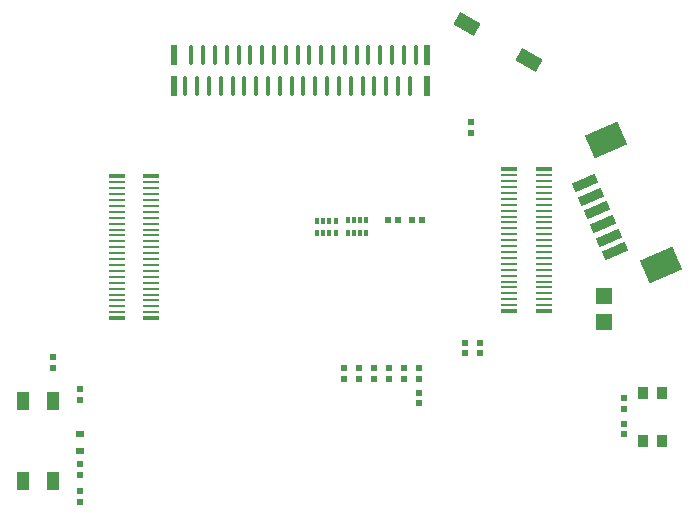
<source format=gtp>
%FSLAX44Y44*%
%MOMM*%
G71*
G01*
G75*
G04 Layer_Color=8421504*
%ADD10R,0.6000X0.5000*%
%ADD11R,0.5000X0.6000*%
%ADD12R,0.7000X0.6000*%
%ADD13R,1.0000X1.6000*%
G04:AMPARAMS|DCode=14|XSize=3mm|YSize=2.1mm|CornerRadius=0mm|HoleSize=0mm|Usage=FLASHONLY|Rotation=203.500|XOffset=0mm|YOffset=0mm|HoleType=Round|Shape=Rectangle|*
%AMROTATEDRECTD14*
4,1,4,0.9569,1.5610,1.7943,-0.3648,-0.9569,-1.5610,-1.7943,0.3648,0.9569,1.5610,0.0*
%
%ADD14ROTATEDRECTD14*%

G04:AMPARAMS|DCode=15|XSize=2.1mm|YSize=0.8mm|CornerRadius=0mm|HoleSize=0mm|Usage=FLASHONLY|Rotation=203.500|XOffset=0mm|YOffset=0mm|HoleType=Round|Shape=Rectangle|*
%AMROTATEDRECTD15*
4,1,4,0.8034,0.7855,1.1224,0.0519,-0.8034,-0.7855,-1.1224,-0.0519,0.8034,0.7855,0.0*
%
%ADD15ROTATEDRECTD15*%

G04:AMPARAMS|DCode=16|XSize=2mm|YSize=1.2mm|CornerRadius=0mm|HoleSize=0mm|Usage=FLASHONLY|Rotation=150.000|XOffset=0mm|YOffset=0mm|HoleType=Round|Shape=Rectangle|*
%AMROTATEDRECTD16*
4,1,4,1.1660,0.0196,0.5660,-1.0196,-1.1660,-0.0196,-0.5660,1.0196,1.1660,0.0196,0.0*
%
%ADD16ROTATEDRECTD16*%

%ADD17R,1.3500X0.3000*%
%ADD18R,1.3500X0.2500*%
%ADD19R,0.5000X1.7000*%
G04:AMPARAMS|DCode=20|XSize=0.32mm|YSize=1.7mm|CornerRadius=0.08mm|HoleSize=0mm|Usage=FLASHONLY|Rotation=0.000|XOffset=0mm|YOffset=0mm|HoleType=Round|Shape=RoundedRectangle|*
%AMROUNDEDRECTD20*
21,1,0.3200,1.5400,0,0,0.0*
21,1,0.1600,1.7000,0,0,0.0*
1,1,0.1600,0.0800,-0.7700*
1,1,0.1600,-0.0800,-0.7700*
1,1,0.1600,-0.0800,0.7700*
1,1,0.1600,0.0800,0.7700*
%
%ADD20ROUNDEDRECTD20*%
%ADD21R,0.4064X0.5500*%
%ADD22R,0.3048X0.5500*%
%ADD23R,1.3970X1.3970*%
%ADD24R,0.8890X1.0160*%
%ADD25C,0.2540*%
%ADD26C,1.0000*%
%ADD27C,0.6000*%
%ADD28C,0.4000*%
%ADD29C,0.3000*%
%ADD30C,0.5000*%
G04:AMPARAMS|DCode=31|XSize=4mm|YSize=4mm|CornerRadius=2mm|HoleSize=0mm|Usage=FLASHONLY|Rotation=0.000|XOffset=0mm|YOffset=0mm|HoleType=Round|Shape=RoundedRectangle|*
%AMROUNDEDRECTD31*
21,1,4.0000,0.0000,0,0,0.0*
21,1,0.0000,4.0000,0,0,0.0*
1,1,4.0000,0.0000,0.0000*
1,1,4.0000,0.0000,0.0000*
1,1,4.0000,0.0000,0.0000*
1,1,4.0000,0.0000,0.0000*
%
%ADD31ROUNDEDRECTD31*%
%ADD32O,2.0000X0.7500*%
%ADD33C,1.0000*%
%ADD34C,0.5000*%
%ADD35R,0.8128X0.8128*%
%ADD36R,2.1000X0.8000*%
%ADD37R,3.0000X2.1000*%
%ADD38R,0.8000X2.1000*%
%ADD39R,2.1000X3.0000*%
%ADD40R,0.6096X2.0320*%
%ADD41O,0.6096X2.0320*%
%ADD42R,1.3970X1.3970*%
%ADD43R,1.6000X1.2000*%
%ADD44R,2.1500X6.3000*%
%ADD45R,1.2000X1.8000*%
%ADD46R,0.8128X1.0668*%
%ADD47R,0.7000X1.4000*%
%ADD48R,1.8000X2.8000*%
%ADD49R,1.5200X0.7600*%
%ADD50R,1.0668X0.8128*%
%ADD51R,0.8128X0.8128*%
%ADD52R,1.2000X2.2000*%
%ADD53R,1.6000X1.4000*%
%ADD54R,1.1000X1.4000*%
%ADD55R,0.7000X1.6000*%
G04:AMPARAMS|DCode=56|XSize=2mm|YSize=2mm|CornerRadius=0mm|HoleSize=0mm|Usage=FLASHONLY|Rotation=180.000|XOffset=0mm|YOffset=0mm|HoleType=Round|Shape=RoundedRectangle|*
%AMROUNDEDRECTD56*
21,1,2.0000,2.0000,0,0,180.0*
21,1,2.0000,2.0000,0,0,180.0*
1,1,0.0000,-1.0000,1.0000*
1,1,0.0000,1.0000,1.0000*
1,1,0.0000,1.0000,-1.0000*
1,1,0.0000,-1.0000,-1.0000*
%
%ADD56ROUNDEDRECTD56*%
%ADD57C,0.8000*%
%ADD58C,0.1250*%
%ADD59C,0.1200*%
D10*
X-234950Y-29790D02*
D03*
Y-20790D02*
D03*
X62230Y-29790D02*
D03*
Y-38790D02*
D03*
X11430Y-29790D02*
D03*
Y-38790D02*
D03*
X74930Y-29790D02*
D03*
Y-38790D02*
D03*
X24130D02*
D03*
Y-29790D02*
D03*
X36830D02*
D03*
Y-38790D02*
D03*
X74930Y-50503D02*
D03*
Y-59503D02*
D03*
X49530Y-29790D02*
D03*
Y-38790D02*
D03*
X-212090Y-47860D02*
D03*
Y-56860D02*
D03*
Y-120070D02*
D03*
Y-111070D02*
D03*
Y-133930D02*
D03*
Y-142930D02*
D03*
X114300Y-8200D02*
D03*
Y-17200D02*
D03*
X127000Y-8200D02*
D03*
Y-17200D02*
D03*
X119380Y169490D02*
D03*
Y178490D02*
D03*
X248920Y-85780D02*
D03*
Y-76780D02*
D03*
Y-55003D02*
D03*
Y-64003D02*
D03*
D11*
X78160Y95266D02*
D03*
X69160D02*
D03*
X57840Y95250D02*
D03*
X48840D02*
D03*
D12*
X-212090Y-85521D02*
D03*
Y-99721D02*
D03*
D13*
X-234950Y-125440D02*
D03*
X-260350D02*
D03*
X-260350Y-57440D02*
D03*
X-234950D02*
D03*
D14*
X233777Y163235D02*
D03*
X279792Y57406D02*
D03*
D15*
X215815Y126801D02*
D03*
X220799Y115338D02*
D03*
X235912Y80581D02*
D03*
X240896Y69118D02*
D03*
X230848Y92228D02*
D03*
X225863Y103691D02*
D03*
D16*
X168221Y231380D02*
D03*
X116259Y261380D02*
D03*
D17*
X151250Y138750D02*
D03*
X180750D02*
D03*
X151250Y18250D02*
D03*
X180750D02*
D03*
X-180750Y132750D02*
D03*
X-151250D02*
D03*
X-180750Y12250D02*
D03*
X-151250D02*
D03*
D18*
X151250Y133500D02*
D03*
X180750D02*
D03*
X151250Y128500D02*
D03*
X180750D02*
D03*
X151250Y123500D02*
D03*
X180750D02*
D03*
X151250Y118500D02*
D03*
X180750D02*
D03*
X151250Y113500D02*
D03*
X180750D02*
D03*
X151250Y108500D02*
D03*
X180750D02*
D03*
X151250Y103500D02*
D03*
X180750D02*
D03*
X151250Y98500D02*
D03*
X180750D02*
D03*
X151250Y93500D02*
D03*
X180750D02*
D03*
X151250Y88500D02*
D03*
X180750D02*
D03*
X151250Y83500D02*
D03*
X180750D02*
D03*
X151250Y78500D02*
D03*
X180750D02*
D03*
X151250Y73500D02*
D03*
X180750D02*
D03*
X151250Y68500D02*
D03*
X180750D02*
D03*
X151250Y63500D02*
D03*
X180750D02*
D03*
X151250Y58500D02*
D03*
X180750D02*
D03*
X151250Y53500D02*
D03*
X180750D02*
D03*
X151250Y48500D02*
D03*
X180750D02*
D03*
X151250Y43500D02*
D03*
X180750D02*
D03*
X151250Y38500D02*
D03*
X180750D02*
D03*
X151250Y33500D02*
D03*
X180750D02*
D03*
X151250Y28500D02*
D03*
X180750D02*
D03*
X151250Y23500D02*
D03*
X180750D02*
D03*
X-180750Y127500D02*
D03*
X-151250D02*
D03*
X-180750Y122500D02*
D03*
X-151250D02*
D03*
X-180750Y117500D02*
D03*
X-151250D02*
D03*
X-180750Y112500D02*
D03*
X-151250D02*
D03*
X-180750Y107500D02*
D03*
X-151250D02*
D03*
X-180750Y102500D02*
D03*
X-151250D02*
D03*
X-180750Y97500D02*
D03*
X-151250D02*
D03*
X-180750Y92500D02*
D03*
X-151250D02*
D03*
X-180750Y87500D02*
D03*
X-151250D02*
D03*
X-180750Y82500D02*
D03*
X-151250D02*
D03*
X-180750Y77500D02*
D03*
X-151250D02*
D03*
X-180750Y72500D02*
D03*
X-151250D02*
D03*
X-180750Y67500D02*
D03*
X-151250D02*
D03*
X-180750Y62500D02*
D03*
X-151250D02*
D03*
X-180750Y57500D02*
D03*
X-151250D02*
D03*
X-180750Y52500D02*
D03*
X-151250D02*
D03*
X-180750Y47500D02*
D03*
X-151250D02*
D03*
X-180750Y42500D02*
D03*
X-151250D02*
D03*
X-180750Y37500D02*
D03*
X-151250D02*
D03*
X-180750Y32500D02*
D03*
X-151250D02*
D03*
X-180750Y27500D02*
D03*
X-151250D02*
D03*
X-180750Y22500D02*
D03*
X-151250D02*
D03*
X-180750Y17500D02*
D03*
X-151250D02*
D03*
D19*
X82000Y235000D02*
D03*
Y209000D02*
D03*
X-132000D02*
D03*
Y235000D02*
D03*
D20*
X17500Y209000D02*
D03*
X27500D02*
D03*
X37500D02*
D03*
X22500Y235000D02*
D03*
X32500D02*
D03*
X42500D02*
D03*
X72500D02*
D03*
X62500D02*
D03*
X52500D02*
D03*
X67500Y209000D02*
D03*
X57500D02*
D03*
X47500D02*
D03*
X-42500D02*
D03*
X-32500D02*
D03*
X-22500D02*
D03*
X-12500D02*
D03*
X-2500D02*
D03*
X7500D02*
D03*
X-37500Y235000D02*
D03*
X-27500D02*
D03*
X-17500D02*
D03*
X-7500D02*
D03*
X2500D02*
D03*
X12500D02*
D03*
X-47500D02*
D03*
X-57500D02*
D03*
X-67500D02*
D03*
X-77500D02*
D03*
X-87500D02*
D03*
X-97500D02*
D03*
X-107500D02*
D03*
X-117500D02*
D03*
X-52500Y209000D02*
D03*
X-62500D02*
D03*
X-72500D02*
D03*
X-82500D02*
D03*
X-92500D02*
D03*
X-102500D02*
D03*
X-112500D02*
D03*
X-122500D02*
D03*
D21*
X30861Y84920D02*
D03*
X14859D02*
D03*
Y95420D02*
D03*
X30861D02*
D03*
X4867Y84622D02*
D03*
X-11135D02*
D03*
Y95122D02*
D03*
X4867D02*
D03*
D22*
X25359Y84920D02*
D03*
X20361D02*
D03*
Y95420D02*
D03*
X25359D02*
D03*
X-635Y84622D02*
D03*
X-5634D02*
D03*
Y95122D02*
D03*
X-635D02*
D03*
D23*
X232007Y9525D02*
D03*
Y31115D02*
D03*
D24*
X265049Y-50800D02*
D03*
X281051D02*
D03*
X265049Y-91440D02*
D03*
X281051D02*
D03*
M02*

</source>
